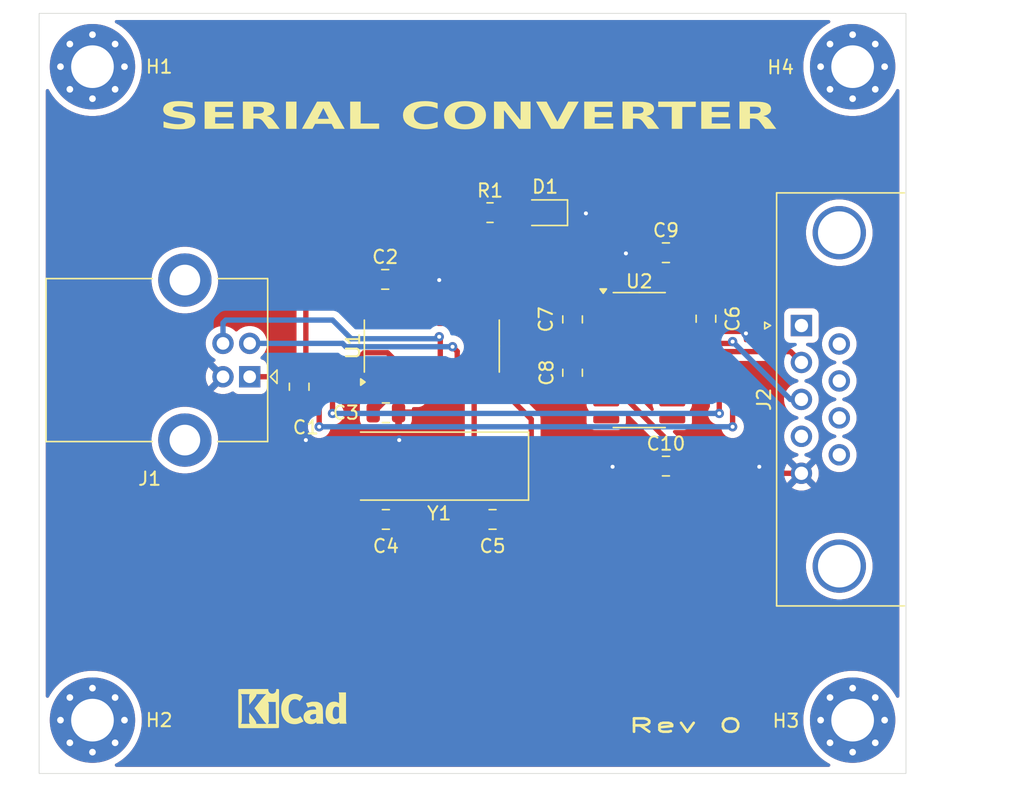
<source format=kicad_pcb>
(kicad_pcb (version 20241229) (generator "pcbnew") (generator_version "9.0")
  (title_block (title "USB to RS232 Converter") (date "2025-04-23") (rev "0") (company "By Yashomati Bawane"))
  (layers (0 "F.Cu" signal) (2 "B.Cu" signal) (13 "F.Paste" user) (15 "B.Paste" user) (5 "F.SilkS" user "F.Silkscreen") (7 "B.SilkS" user "B.Silkscreen") (1 "F.Mask" user) (3 "B.Mask" user) (25 "Edge.Cuts" user))
  (net 0 "")
  (net 1 "GND")
  (net 2 "+5V")
  (net 3 "Net-(U1-V3)")
  (net 4 "/XTAL_XI")
  (net 5 "/XTAL_XO")
  (net 6 "Net-(U2-C1-)")
  (net 7 "Net-(U2-C1+)")
  (net 8 "Net-(U2-C2+)")
  (net 9 "Net-(U2-C2-)")
  (net 10 "Net-(U2-VS+)")
  (net 11 "Net-(U2-VS-)")
  (net 12 "Net-(D1-A)")
  (net 14 "/USB_D+")
  (net 16 "/USB_D-")
  (net 17 "/RS232_TX")
  (net 26 "/RS232_RX")
  (net 33 "/UART_TX")
  (net 34 "/UART_RX")
  (footprint "Capacitor_SMD:C_0805_2012Metric" (layer "F.Cu") (at 155 94.95)
    (property "Reference" "C10" (at 0 -1.68 0) (layer "F.SilkS"))
    (property "Value" "100nF")
    (fp_line (start -0.261252 -0.735) (end 0.261252 -0.735) (stroke (width 0.12)) (layer "F.SilkS"))
    (fp_line (start -0.261252 0.735) (end 0.261252 0.735) (stroke (width 0.12)) (layer "F.SilkS"))
    (pad "1" smd roundrect (at -0.95 0) (size 1 1.45) (layers "F.Cu" "F.Mask" "F.Paste") (net 1 "GND"))
    (pad "2" smd roundrect (at 0.95 0) (size 1 1.45) (layers "F.Cu" "F.Mask" "F.Paste") (net 11 "Net-(U2-VS-)"))
  )
  (footprint "Capacitor_SMD:C_0805_2012Metric" (layer "F.Cu") (at 158 83.9 90)
    (property "Reference" "C6" (at 0 2 90) (layer "F.SilkS"))
    (property "Value" "100nF")
    (fp_line (start -0.261252 -0.735) (end 0.261252 -0.735) (stroke (width 0.12)) (layer "F.SilkS"))
    (fp_line (start -0.261252 0.735) (end 0.261252 0.735) (stroke (width 0.12)) (layer "F.SilkS"))
    (pad "1" smd roundrect (at -0.95 0 90) (size 1 1.45) (layers "F.Cu" "F.Mask" "F.Paste") (net 1 "GND"))
    (pad "2" smd roundrect (at 0.95 0 90) (size 1 1.45) (layers "F.Cu" "F.Mask" "F.Paste") (net 2 "+5V"))
  )
  (footprint "Connector_USB:USB_B_Lumberg_2411_02_Horizontal" (layer "F.Cu") (at 123.7875 88.25 180)
    (property "Reference" "J1" (at 7.5 -7.65 0) (layer "F.SilkS"))
    (property "Value" "USB_B")
    (fp_line (start 15.27 7.36) (end 15.27 -4.86) (stroke (width 0.12)) (layer "F.SilkS"))
    (fp_line (start 15.27 7.36) (end 7.3 7.36) (stroke (width 0.12)) (layer "F.SilkS"))
    (fp_line (start 15.27 -4.86) (end 7.3 -4.86) (stroke (width 0.12)) (layer "F.SilkS"))
    (fp_line (start -1.35 7.36) (end 2.4 7.36) (stroke (width 0.12)) (layer "F.SilkS"))
    (fp_line (start -1.35 7.36) (end -1.35 -4.86) (stroke (width 0.12)) (layer "F.SilkS"))
    (fp_line (start -1.35 -4.86) (end 2.4 -4.86) (stroke (width 0.12)) (layer "F.SilkS"))
    (fp_line (start -1.55 0) (end -2.05 -0.5) (stroke (width 0.12)) (layer "F.SilkS"))
    (fp_line (start -2.05 0.5) (end -1.55 0) (stroke (width 0.12)) (layer "F.SilkS"))
    (fp_line (start -2.05 -0.5) (end -2.05 0.5) (stroke (width 0.12)) (layer "F.SilkS"))
    (pad "1" thru_hole rect (at 0 0 270) (size 1.6 1.6) (drill 0.95) (layers "*.Cu" "*.Mask") (net 2 "+5V"))
    (pad "2" thru_hole circle (at 0 2.5 270) (size 1.6 1.6) (drill 0.95) (layers "*.Cu" "*.Mask") (net 16 "/USB_D-"))
    (pad "3" thru_hole circle (at 2 2.5 270) (size 1.6 1.6) (drill 0.95) (layers "*.Cu" "*.Mask") (net 14 "/USB_D+"))
    (pad "4" thru_hole circle (at 2 0 270) (size 1.6 1.6) (drill 0.95) (layers "*.Cu" "*.Mask") (net 1 "GND"))
    (pad "5" thru_hole circle (at 4.86 -4.75 270) (size 4 4) (drill 2.3) (layers "*.Cu" "*.Mask"))
    (pad "5" thru_hole circle (at 4.86 7.25 270) (size 4 4) (drill 2.3) (layers "*.Cu" "*.Mask"))
  )
  (footprint "Capacitor_SMD:C_0805_2012Metric" (layer "F.Cu") (at 148 83.95 -90)
    (property "Reference" "C7" (at 0 2 90) (layer "F.SilkS"))
    (property "Value" "100nF")
    (fp_line (start -0.261252 0.735) (end 0.261252 0.735) (stroke (width 0.12)) (layer "F.SilkS"))
    (fp_line (start -0.261252 -0.735) (end 0.261252 -0.735) (stroke (width 0.12)) (layer "F.SilkS"))
    (pad "1" smd roundrect (at -0.95 0 270) (size 1 1.45) (layers "F.Cu" "F.Mask" "F.Paste") (net 6 "Net-(U2-C1-)"))
    (pad "2" smd roundrect (at 0.95 0 270) (size 1 1.45) (layers "F.Cu" "F.Mask" "F.Paste") (net 7 "Net-(U2-C1+)"))
  )
  (footprint "Crystal:Crystal_SMD_HC49-SD" (layer "F.Cu") (at 138 94.95 180)
    (property "Reference" "Y1" (at 0 -3.55 0) (layer "F.SilkS"))
    (property "Value" "12MHz")
    (fp_line (start 5.9 -2.55) (end -6.7 -2.55) (stroke (width 0.12)) (layer "F.SilkS"))
    (fp_line (start -6.7 2.55) (end 5.9 2.55) (stroke (width 0.12)) (layer "F.SilkS"))
    (fp_line (start -6.7 -2.55) (end -6.7 2.55) (stroke (width 0.12)) (layer "F.SilkS"))
    (pad "1" smd rect (at -4.25 0 180) (size 4.5 2) (layers "F.Cu" "F.Mask" "F.Paste") (net 4 "/XTAL_XI"))
    (pad "2" smd rect (at 4.25 0 180) (size 4.5 2) (layers "F.Cu" "F.Mask" "F.Paste") (net 5 "/XTAL_XO"))
  )
  (footprint "Capacitor_SMD:C_0805_2012Metric" (layer "F.Cu") (at 142 98.95)
    (property "Reference" "C5" (at 0 2 0) (layer "F.SilkS"))
    (property "Value" "22pF")
    (fp_line (start -0.261252 -0.735) (end 0.261252 -0.735) (stroke (width 0.12)) (layer "F.SilkS"))
    (fp_line (start -0.261252 0.735) (end 0.261252 0.735) (stroke (width 0.12)) (layer "F.SilkS"))
    (pad "1" smd roundrect (at -0.95 0) (size 1 1.45) (layers "F.Cu" "F.Mask" "F.Paste") (net 1 "GND"))
    (pad "2" smd roundrect (at 0.95 0) (size 1 1.45) (layers "F.Cu" "F.Mask" "F.Paste") (net 5 "/XTAL_XO"))
  )
  (footprint "Capacitor_SMD:C_0805_2012Metric" (layer "F.Cu") (at 134 90.95)
    (property "Reference" "C3" (at -3 0 0) (layer "F.SilkS"))
    (property "Value" "10nF")
    (fp_line (start -0.261252 -0.735) (end 0.261252 -0.735) (stroke (width 0.12)) (layer "F.SilkS"))
    (fp_line (start -0.261252 0.735) (end 0.261252 0.735) (stroke (width 0.12)) (layer "F.SilkS"))
    (pad "1" smd roundrect (at -0.95 0) (size 1 1.45) (layers "F.Cu" "F.Mask" "F.Paste") (net 3 "Net-(U1-V3)"))
    (pad "2" smd roundrect (at 0.95 0) (size 1 1.45) (layers "F.Cu" "F.Mask" "F.Paste") (net 1 "GND"))
  )
  (footprint "Package_SO:SOIC-16_3.9x9.9mm_P1.27mm" (layer "F.Cu") (at 137.445 85.95 90)
    (property "Reference" "U1" (at 0 -5.9 90) (layer "F.SilkS"))
    (property "Value" "CH340G")
    (fp_line (start 0 -5.06) (end 1.95 -5.06) (stroke (width 0.12)) (layer "F.SilkS"))
    (fp_line (start 0 -5.06) (end -1.95 -5.06) (stroke (width 0.12)) (layer "F.SilkS"))
    (fp_line (start 0 5.06) (end 1.95 5.06) (stroke (width 0.12)) (layer "F.SilkS"))
    (fp_line (start 0 5.06) (end -1.95 5.06) (stroke (width 0.12)) (layer "F.SilkS"))
    (fp_poly (pts (xy -2.7 -5.005) (xy -2.94 -5.335) (xy -2.46 -5.335)) (stroke (width 0.12)) (fill yes) (layer "F.SilkS"))
    (pad "1" smd roundrect (at -2.475 -4.445 90) (size 1.95 0.6) (layers "F.Cu" "F.Mask" "F.Paste") (net 1 "GND"))
    (pad "2" smd roundrect (at -2.475 -3.175 90) (size 1.95 0.6) (layers "F.Cu" "F.Mask" "F.Paste") (net 33 "/UART_TX"))
    (pad "3" smd roundrect (at -2.475 -1.905 90) (size 1.95 0.6) (layers "F.Cu" "F.Mask" "F.Paste") (net 34 "/UART_RX"))
    (pad "4" smd roundrect (at -2.475 -0.635 90) (size 1.95 0.6) (layers "F.Cu" "F.Mask" "F.Paste") (net 3 "Net-(U1-V3)"))
    (pad "5" smd roundrect (at -2.475 0.635 90) (size 1.95 0.6) (layers "F.Cu" "F.Mask" "F.Paste") (net 14 "/USB_D+"))
    (pad "6" smd roundrect (at -2.475 1.905 90) (size 1.95 0.6) (layers "F.Cu" "F.Mask" "F.Paste") (net 16 "/USB_D-"))
    (pad "7" smd roundrect (at -2.475 3.175 90) (size 1.95 0.6) (layers "F.Cu" "F.Mask" "F.Paste") (net 4 "/XTAL_XI"))
    (pad "8" smd roundrect (at -2.475 4.445 90) (size 1.95 0.6) (layers "F.Cu" "F.Mask" "F.Paste") (net 5 "/XTAL_XO"))
    (pad "9" smd roundrect (at 2.475 4.445 90) (size 1.95 0.6) (layers "F.Cu" "F.Mask" "F.Paste"))
    (pad "10" smd roundrect (at 2.475 3.175 90) (size 1.95 0.6) (layers "F.Cu" "F.Mask" "F.Paste"))
    (pad "11" smd roundrect (at 2.475 1.905 90) (size 1.95 0.6) (layers "F.Cu" "F.Mask" "F.Paste"))
    (pad "12" smd roundrect (at 2.475 0.635 90) (size 1.95 0.6) (layers "F.Cu" "F.Mask" "F.Paste"))
    (pad "13" smd roundrect (at 2.475 -0.635 90) (size 1.95 0.6) (layers "F.Cu" "F.Mask" "F.Paste"))
    (pad "14" smd roundrect (at 2.475 -1.905 90) (size 1.95 0.6) (layers "F.Cu" "F.Mask" "F.Paste"))
    (pad "15" smd roundrect (at 2.475 -3.175 90) (size 1.95 0.6) (layers "F.Cu" "F.Mask" "F.Paste"))
    (pad "16" smd roundrect (at 2.475 -4.445 90) (size 1.95 0.6) (layers "F.Cu" "F.Mask" "F.Paste") (net 2 "+5V"))
  )
  (footprint "Resistor_SMD:R_0805_2012Metric" (layer "F.Cu") (at 141.81 75.945)
    (property "Reference" "R1" (at 0 -1.65 0) (layer "F.SilkS"))
    (property "Value" "1k")
    (fp_line (start -0.227064 -0.735) (end 0.227064 -0.735) (stroke (width 0.12)) (layer "F.SilkS"))
    (fp_line (start -0.227064 0.735) (end 0.227064 0.735) (stroke (width 0.12)) (layer "F.SilkS"))
    (pad "1" smd roundrect (at -0.9125 0) (size 1.025 1.4) (layers "F.Cu" "F.Mask" "F.Paste") (roundrect_rratio 0.243902) (net 2 "+5V"))
    (pad "2" smd roundrect (at 0.9125 0) (size 1.025 1.4) (layers "F.Cu" "F.Mask" "F.Paste") (roundrect_rratio 0.243902) (net 12 "Net-(D1-A)"))
  )
  (footprint "Capacitor_SMD:C_0805_2012Metric" (layer "F.Cu") (at 127.5 89 -90)
    (property "Reference" "C1" (at 3.05 -0.5 180) (layer "F.SilkS"))
    (property "Value" "100nF")
    (fp_line (start -0.261252 0.735) (end 0.261252 0.735) (stroke (width 0.12)) (layer "F.SilkS"))
    (fp_line (start -0.261252 -0.735) (end 0.261252 -0.735) (stroke (width 0.12)) (layer "F.SilkS"))
    (pad "1" smd roundrect (at -0.95 0 270) (size 1 1.45) (layers "F.Cu" "F.Mask" "F.Paste") (net 2 "+5V"))
    (pad "2" smd roundrect (at 0.95 0 270) (size 1 1.45) (layers "F.Cu" "F.Mask" "F.Paste") (net 1 "GND"))
  )
  (footprint "Capacitor_SMD:C_0805_2012Metric" (layer "F.Cu") (at 133.95 80.95)
    (property "Reference" "C2" (at 0 -1.68 0) (layer "F.SilkS"))
    (property "Value" "100nF")
    (fp_line (start -0.261252 -0.735) (end 0.261252 -0.735) (stroke (width 0.12)) (layer "F.SilkS"))
    (fp_line (start -0.261252 0.735) (end 0.261252 0.735) (stroke (width 0.12)) (layer "F.SilkS"))
    (pad "1" smd roundrect (at -0.95 0) (size 1 1.45) (layers "F.Cu" "F.Mask" "F.Paste") (net 2 "+5V"))
    (pad "2" smd roundrect (at 0.95 0) (size 1 1.45) (layers "F.Cu" "F.Mask" "F.Paste") (net 1 "GND"))
  )
  (footprint "Capacitor_SMD:C_0805_2012Metric" (layer "F.Cu") (at 148 87.95 -90)
    (property "Reference" "C8" (at 0 1.95 90) (layer "F.SilkS"))
    (property "Value" "100nF")
    (fp_line (start -0.261252 0.735) (end 0.261252 0.735) (stroke (width 0.12)) (layer "F.SilkS"))
    (fp_line (start -0.261252 -0.735) (end 0.261252 -0.735) (stroke (width 0.12)) (layer "F.SilkS"))
    (pad "1" smd roundrect (at -0.95 0 270) (size 1 1.45) (layers "F.Cu" "F.Mask" "F.Paste") (net 9 "Net-(U2-C2-)"))
    (pad "2" smd roundrect (at 0.95 0 270) (size 1 1.45) (layers "F.Cu" "F.Mask" "F.Paste") (net 8 "Net-(U2-C2+)"))
  )
  (footprint "Package_SO:SOIC-16_3.9x9.9mm_P1.27mm" (layer "F.Cu") (at 153 87)
    (property "Reference" "U2" (at 0 -5.9 0) (layer "F.SilkS"))
    (property "Value" "MAX3232")
    (fp_line (start 0 -5.06) (end -1.95 -5.06) (stroke (width 0.12)) (layer "F.SilkS"))
    (fp_line (start 0 -5.06) (end 1.95 -5.06) (stroke (width 0.12)) (layer "F.SilkS"))
    (fp_line (start 0 5.06) (end -1.95 5.06) (stroke (width 0.12)) (layer "F.SilkS"))
    (fp_line (start 0 5.06) (end 1.95 5.06) (stroke (width 0.12)) (layer "F.SilkS"))
    (fp_poly (pts (xy -2.7 -5.005) (xy -2.94 -5.335) (xy -2.46 -5.335)) (stroke (width 0.12)) (fill yes) (layer "F.SilkS"))
    (pad "1" smd roundrect (at -2.475 -4.445) (size 1.95 0.6) (layers "F.Cu" "F.Mask" "F.Paste") (net 7 "Net-(U2-C1+)"))
    (pad "2" smd roundrect (at -2.475 -3.175) (size 1.95 0.6) (layers "F.Cu" "F.Mask" "F.Paste") (net 10 "Net-(U2-VS+)"))
    (pad "3" smd roundrect (at -2.475 -1.905) (size 1.95 0.6) (layers "F.Cu" "F.Mask" "F.Paste") (net 6 "Net-(U2-C1-)"))
    (pad "4" smd roundrect (at -2.475 -0.635) (size 1.95 0.6) (layers "F.Cu" "F.Mask" "F.Paste") (net 8 "Net-(U2-C2+)"))
    (pad "5" smd roundrect (at -2.475 0.635) (size 1.95 0.6) (layers "F.Cu" "F.Mask" "F.Paste") (net 9 "Net-(U2-C2-)"))
    (pad "6" smd roundrect (at -2.475 1.905) (size 1.95 0.6) (layers "F.Cu" "F.Mask" "F.Paste") (net 11 "Net-(U2-VS-)"))
    (pad "7" smd roundrect (at -2.475 3.175) (size 1.95 0.6) (layers "F.Cu" "F.Mask" "F.Paste"))
    (pad "8" smd roundrect (at -2.475 4.445) (size 1.95 0.6) (layers "F.Cu" "F.Mask" "F.Paste"))
    (pad "9" smd roundrect (at 2.475 4.445) (size 1.95 0.6) (layers "F.Cu" "F.Mask" "F.Paste"))
    (pad "10" smd roundrect (at 2.475 3.175) (size 1.95 0.6) (layers "F.Cu" "F.Mask" "F.Paste"))
    (pad "11" smd roundrect (at 2.475 1.905) (size 1.95 0.6) (layers "F.Cu" "F.Mask" "F.Paste") (net 33 "/UART_TX"))
    (pad "12" smd roundrect (at 2.475 0.635) (size 1.95 0.6) (layers "F.Cu" "F.Mask" "F.Paste") (net 34 "/UART_RX"))
    (pad "13" smd roundrect (at 2.475 -0.635) (size 1.95 0.6) (layers "F.Cu" "F.Mask" "F.Paste") (net 26 "/RS232_RX"))
    (pad "14" smd roundrect (at 2.475 -1.905) (size 1.95 0.6) (layers "F.Cu" "F.Mask" "F.Paste") (net 17 "/RS232_TX"))
    (pad "15" smd roundrect (at 2.475 -3.175) (size 1.95 0.6) (layers "F.Cu" "F.Mask" "F.Paste") (net 1 "GND"))
    (pad "16" smd roundrect (at 2.475 -4.445) (size 1.95 0.6) (layers "F.Cu" "F.Mask" "F.Paste") (net 2 "+5V"))
  )
  (footprint "Capacitor_SMD:C_0805_2012Metric" (layer "F.Cu") (at 155 78.95)
    (property "Reference" "C9" (at 0 -1.68 0) (layer "F.SilkS"))
    (property "Value" "100nF")
    (fp_line (start -0.261252 -0.735) (end 0.261252 -0.735) (stroke (width 0.12)) (layer "F.SilkS"))
    (fp_line (start -0.261252 0.735) (end 0.261252 0.735) (stroke (width 0.12)) (layer "F.SilkS"))
    (pad "1" smd roundrect (at -0.95 0) (size 1 1.45) (layers "F.Cu" "F.Mask" "F.Paste") (net 1 "GND"))
    (pad "2" smd roundrect (at 0.95 0) (size 1 1.45) (layers "F.Cu" "F.Mask" "F.Paste") (net 10 "Net-(U2-VS+)"))
  )
  (footprint "Connector_Dsub:DSUB-9_Socket_Horizontal_P2.77x2.84mm_EdgePinOffset4.94mm_Housed_MountingHolesOffset4.94mm" (layer "F.Cu") (at 165.16 84.41 90)
    (property "Reference" "J2" (at -5.54 -2.8 90) (layer "F.SilkS"))
    (property "Value" "DE9_Pins_MountingHoles")
    (fp_line (start 0.25 -2.754338) (end 0 -2.321325) (stroke (width 0.12)) (layer "F.SilkS"))
    (fp_line (start -0.25 -2.754338) (end 0.25 -2.754338) (stroke (width 0.12)) (layer "F.SilkS"))
    (fp_line (start 0 -2.321325) (end -0.25 -2.754338) (stroke (width 0.12)) (layer "F.SilkS"))
    (fp_line (start 9.945 -1.86) (end 9.945 7.72) (stroke (width 0.12)) (layer "F.SilkS"))
    (fp_line (start -21.025 -1.86) (end 9.945 -1.86) (stroke (width 0.12)) (layer "F.SilkS"))
    (fp_line (start -21.025 7.72) (end -21.025 -1.86) (stroke (width 0.12)) (layer "F.SilkS"))
    (pad "0" thru_hole circle (at -18.04 2.84 90) (size 4 4) (drill 3.2) (layers "*.Cu" "*.Mask"))
    (pad "0" thru_hole circle (at 6.96 2.84 90) (size 4 4) (drill 3.2) (layers "*.Cu" "*.Mask"))
    (pad "1" thru_hole rect (at 0 0 90) (size 1.6 1.6) (drill 1) (layers "*.Cu" "*.Mask"))
    (pad "2" thru_hole circle (at -2.77 0 90) (size 1.6 1.6) (drill 1) (layers "*.Cu" "*.Mask") (net 26 "/RS232_RX"))
    (pad "3" thru_hole circle (at -5.54 0 90) (size 1.6 1.6) (drill 1) (layers "*.Cu" "*.Mask") (net 17 "/RS232_TX"))
    (pad "4" thru_hole circle (at -8.31 0 90) (size 1.6 1.6) (drill 1) (layers "*.Cu" "*.Mask"))
    (pad "5" thru_hole circle (at -11.08 0 90) (size 1.6 1.6) (drill 1) (layers "*.Cu" "*.Mask") (net 1 "GND"))
    (pad "6" thru_hole circle (at -1.385 2.84 90) (size 1.6 1.6) (drill 1) (layers "*.Cu" "*.Mask"))
    (pad "7" thru_hole circle (at -4.155 2.84 90) (size 1.6 1.6) (drill 1) (layers "*.Cu" "*.Mask"))
    (pad "8" thru_hole circle (at -6.925 2.84 90) (size 1.6 1.6) (drill 1) (layers "*.Cu" "*.Mask"))
    (pad "9" thru_hole circle (at -9.695 2.84 90) (size 1.6 1.6) (drill 1) (layers "*.Cu" "*.Mask"))
  )
  (footprint "MountingHole:MountingHole_3.2mm_M3_Pad_Via" (layer "F.Cu") (at 112 114)
    (property "Reference" "H2" (at 5 0 0) (layer "F.SilkS"))
    (property "Value" "MountingHole_Pad")
    (pad "1" thru_hole circle (at -2.4 0) (size 0.8 0.8) (drill 0.5) (layers "*.Cu" "*.Mask"))
    (pad "1" thru_hole circle (at -1.697056 -1.697056) (size 0.8 0.8) (drill 0.5) (layers "*.Cu" "*.Mask"))
    (pad "1" thru_hole circle (at -1.697056 1.697056) (size 0.8 0.8) (drill 0.5) (layers "*.Cu" "*.Mask"))
    (pad "1" thru_hole circle (at 0 -2.4) (size 0.8 0.8) (drill 0.5) (layers "*.Cu" "*.Mask"))
    (pad "1" thru_hole circle (at 0 0) (size 6.4 6.4) (drill 3.2) (layers "*.Cu" "*.Mask"))
    (pad "1" thru_hole circle (at 0 2.4) (size 0.8 0.8) (drill 0.5) (layers "*.Cu" "*.Mask"))
    (pad "1" thru_hole circle (at 1.697056 -1.697056) (size 0.8 0.8) (drill 0.5) (layers "*.Cu" "*.Mask"))
    (pad "1" thru_hole circle (at 1.697056 1.697056) (size 0.8 0.8) (drill 0.5) (layers "*.Cu" "*.Mask"))
    (pad "1" thru_hole circle (at 2.4 0) (size 0.8 0.8) (drill 0.5) (layers "*.Cu" "*.Mask"))
  )
  (footprint "MountingHole:MountingHole_3.2mm_M3_Pad_Via" (layer "F.Cu") (at 112 65)
    (property "Reference" "H1" (at 5 0 0) (layer "F.SilkS"))
    (property "Value" "MountingHole_Pad")
    (pad "1" thru_hole circle (at -2.4 0) (size 0.8 0.8) (drill 0.5) (layers "*.Cu" "*.Mask"))
    (pad "1" thru_hole circle (at -1.697056 -1.697056) (size 0.8 0.8) (drill 0.5) (layers "*.Cu" "*.Mask"))
    (pad "1" thru_hole circle (at -1.697056 1.697056) (size 0.8 0.8) (drill 0.5) (layers "*.Cu" "*.Mask"))
    (pad "1" thru_hole circle (at 0 -2.4) (size 0.8 0.8) (drill 0.5) (layers "*.Cu" "*.Mask"))
    (pad "1" thru_hole circle (at 0 0) (size 6.4 6.4) (drill 3.2) (layers "*.Cu" "*.Mask"))
    (pad "1" thru_hole circle (at 0 2.4) (size 0.8 0.8) (drill 0.5) (layers "*.Cu" "*.Mask"))
    (pad "1" thru_hole circle (at 1.697056 -1.697056) (size 0.8 0.8) (drill 0.5) (layers "*.Cu" "*.Mask"))
    (pad "1" thru_hole circle (at 1.697056 1.697056) (size 0.8 0.8) (drill 0.5) (layers "*.Cu" "*.Mask"))
    (pad "1" thru_hole circle (at 2.4 0) (size 0.8 0.8) (drill 0.5) (layers "*.Cu" "*.Mask"))
  )
  (footprint "MountingHole:MountingHole_3.2mm_M3_Pad_Via" (layer "F.Cu") (at 169 65)
    (property "Reference" "H4" (at -5.4 0.05 0) (layer "F.SilkS"))
    (property "Value" "MountingHole_Pad")
    (pad "1" thru_hole circle (at -2.4 0) (size 0.8 0.8) (drill 0.5) (layers "*.Cu" "*.Mask"))
    (pad "1" thru_hole circle (at -1.697056 -1.697056) (size 0.8 0.8) (drill 0.5) (layers "*.Cu" "*.Mask"))
    (pad "1" thru_hole circle (at -1.697056 1.697056) (size 0.8 0.8) (drill 0.5) (layers "*.Cu" "*.Mask"))
    (pad "1" thru_hole circle (at 0 -2.4) (size 0.8 0.8) (drill 0.5) (layers "*.Cu" "*.Mask"))
    (pad "1" thru_hole circle (at 0 0) (size 6.4 6.4) (drill 3.2) (layers "*.Cu" "*.Mask"))
    (pad "1" thru_hole circle (at 0 2.4) (size 0.8 0.8) (drill 0.5) (layers "*.Cu" "*.Mask"))
    (pad "1" thru_hole circle (at 1.697056 -1.697056) (size 0.8 0.8) (drill 0.5) (layers "*.Cu" "*.Mask"))
    (pad "1" thru_hole circle (at 1.697056 1.697056) (size 0.8 0.8) (drill 0.5) (layers "*.Cu" "*.Mask"))
    (pad "1" thru_hole circle (at 2.4 0) (size 0.8 0.8) (drill 0.5) (layers "*.Cu" "*.Mask"))
  )
  (footprint "Capacitor_SMD:C_0805_2012Metric" (layer "F.Cu") (at 134 98.95)
    (property "Reference" "C4" (at 0 2 0) (layer "F.SilkS"))
    (property "Value" "22pF")
    (fp_line (start -0.261252 -0.735) (end 0.261252 -0.735) (stroke (width 0.12)) (layer "F.SilkS"))
    (fp_line (start -0.261252 0.735) (end 0.261252 0.735) (stroke (width 0.12)) (layer "F.SilkS"))
    (pad "1" smd roundrect (at -0.95 0) (size 1 1.45) (layers "F.Cu" "F.Mask" "F.Paste") (net 1 "GND"))
    (pad "2" smd roundrect (at 0.95 0) (size 1 1.45) (layers "F.Cu" "F.Mask" "F.Paste") (net 4 "/XTAL_XI"))
  )
  (footprint "MountingHole:MountingHole_3.2mm_M3_Pad_Via" (layer "F.Cu") (at 169 114)
    (property "Reference" "H3" (at -5 0.05 0) (layer "F.SilkS"))
    (property "Value" "MountingHole_Pad")
    (pad "1" thru_hole circle (at -2.4 0) (size 0.8 0.8) (drill 0.5) (layers "*.Cu" "*.Mask"))
    (pad "1" thru_hole circle (at -1.697056 -1.697056) (size 0.8 0.8) (drill 0.5) (layers "*.Cu" "*.Mask"))
    (pad "1" thru_hole circle (at -1.697056 1.697056) (size 0.8 0.8) (drill 0.5) (layers "*.Cu" "*.Mask"))
    (pad "1" thru_hole circle (at 0 -2.4) (size 0.8 0.8) (drill 0.5) (layers "*.Cu" "*.Mask"))
    (pad "1" thru_hole circle (at 0 0) (size 6.4 6.4) (drill 3.2) (layers "*.Cu" "*.Mask"))
    (pad "1" thru_hole circle (at 0 2.4) (size 0.8 0.8) (drill 0.5) (layers "*.Cu" "*.Mask"))
    (pad "1" thru_hole circle (at 1.697056 -1.697056) (size 0.8 0.8) (drill 0.5) (layers "*.Cu" "*.Mask"))
    (pad "1" thru_hole circle (at 1.697056 1.697056) (size 0.8 0.8) (drill 0.5) (layers "*.Cu" "*.Mask"))
    (pad "1" thru_hole circle (at 2.4 0) (size 0.8 0.8) (drill 0.5) (layers "*.Cu" "*.Mask"))
  )
  (footprint "Logo:Logo" (layer "F.Cu") (at 127 113)
    (property "Reference" "G***" (hide yes))
    (property "Value" "LOGO" (hide yes))
    (fp_poly (pts (xy 0.233778 -0.976072) (xy 0.320025 -0.96486) (xy 0.406924 -0.944584) (xy 0.498573 -0.914149) (xy 0.599069 -0.872459) (xy 0.672737 -0.838003) (xy 0.79521 -0.778634) (xy 0.667529 -0.593416) (xy 0.630317 -0.539619) (xy 0.59711 -0.491965) (xy 0.569603 -0.452854) (xy 0.549488 -0.424689) (xy 0.53846 -0.409871) (xy 0.536912 -0.408197) (xy 0.528589 -0.414637) (xy 0.509937 -0.431368) (xy 0.48954 -0.450467) (xy 0.422651 -0.500838) (xy 0.343986 -0.538054) (xy 0.258504 -0.560646) (xy 0.171165 -0.567144) (xy 0.114048 -0.561758) (xy 0.028565 -0.53889) (xy -0.04647 -0.500665) (xy -0.111625 -0.446416) (xy -0.167471 -0.375479) (xy -0.214576 -0.287191) (xy -0.253509 -0.180885) (xy -0.272759 -0.109934) (xy -0.281226 -0.060678) (xy -0.287274 0.003927) (xy -0.290911 0.078966) (xy -0.292142 0.159522) (xy -0.290975 0.240679) (xy -0.287416 0.317522) (xy -0.281473 0.385134) (xy -0.273153 0.438599) (xy -0.271977 0.443912) (xy -0.237843 0.556679) (xy -0.191226 0.654139) (xy -0.132434 0.735853) (xy -0.061771 0.801387) (xy 0.008888 0.844782) (xy 0.046547 0.862721) (xy 0.075987 0.873892) (xy 0.104525 0.879887) (xy 0.139479 0.882299) (xy 0.183133 0.882723) (xy 0.284466 0.874102) (xy 0.376688 0.847713) (xy 0.461747 0.802767) (xy 0.541589 0.738475) (xy 0.543395 0.736748) (xy 0.568583 0.715813) (xy 0.585869 0.708126) (xy 0.590463 0.709735) (xy 0.59901 0.721892) (xy 0.615608 0.747726) (xy 0.63842 0.784208) (xy 0.665614 0.828307) (xy 0.695354 0.876995) (xy 0.725806 0.92724) (xy 0.755135 0.976015) (xy 0.781507 1.020288) (xy 0.803088 1.05703) (xy 0.818042 1.083212) (xy 0.824536 1.095803) (xy 0.824629 1.096468) (xy 0.814883 1.101528) (xy 0.789958 1.114029) (xy 0.75299 1.132411) (xy 0.707118 1.155112) (xy 0.673523 1.171684) (xy 0.544047 1.22924) (xy 0.421432 1.270148) (xy 0.301809 1.295121) (xy 0.181307 1.304871) (xy 0.056056 1.300111) (xy 0.006091 1.294605) (xy -0.1299 1.267522) (xy -0.256247 1.222469) (xy -0.372778 1.159553) (xy -0.479317 1.078885) (xy -0.575694 0.980571) (xy -0.649825 0.882723) (xy -0.721078 0.762079) (xy -0.776101 0.634634) (xy -0.815428 0.498457) (xy -0.839596 0.35162) (xy -0.849138 0.192191) (xy -0.849344 0.163278) (xy -0.846343 0.045734) (xy -0.83679 -0.05843) (xy -0.819823 -0.155434) (xy -0.794582 -0.251498) (xy -0.789871 -0.266713) (xy -0.738262 -0.398916) (xy -0.670948 -0.520568) (xy -0.589459 -0.630503) (xy -0.495326 -0.727551) (xy -0.390081 -0.810544) (xy -0.275253 -0.878315) (xy -0.152375 -0.929695) (xy -0.022977 -0.963516) (xy 0.11141 -0.97861) (xy 0.144082 -0.979315)) (fill yes) (layer "F.SilkS"))
    (fp_poly (pts (xy 4.010526 -0.006977) (xy 4.010547 0.171163) (xy 4.010637 0.330085) (xy 4.010836 0.470978) (xy 4.011186 0.595035) (xy 4.011726 0.703445) (xy 4.012498 0.797399) (xy 4.01354 0.878088) (xy 4.014895 0.946704) (xy 4.016603 1.004436) (xy 4.018703 1.052476) (xy 4.021237 1.092014) (xy 4.024245 1.124242) (xy 4.027768 1.15035) (xy 4.031845 1.171529) (xy 4.036518 1.18897) (xy 4.041827 1.203864) (xy 4.047813 1.217401) (xy 4.052482 1.226815) (xy 4.07217 1.265407) (xy 3.79643 1.265407) (xy 3.52069 1.265407) (xy 3.52069 1.20928) (xy 3.519865 1.178535) (xy 3.517738 1.158148) (xy 3.515676 1.153153) (xy 3.505554 1.158878) (xy 3.484371 1.17374) (xy 3.4621 1.190421) (xy 3.382041 1.239604) (xy 3.289965 1.274734) (xy 3.189448 1.294925) (xy 3.084067 1.299293) (xy 3.035957 1.295855) (xy 2.931152 1.274828) (xy 2.834731 1.235444) (xy 2.74742 1.178262) (xy 2.669944 1.103842) (xy 2.603029 1.012745) (xy 2.556239 0.925325) (xy 2.53669 0.879578) (xy 2.518271 0.830845) (xy 2.505332 0.790879) (xy 2.497184 0.749836) (xy 2.490542 0.693047) (xy 2.485545 0.625133) (xy 2.482333 0.550712) (xy 2.481319 0.490561) (xy 3.01196 0.490561) (xy 3.013445 0.540859) (xy 3.021217 0.637121) (xy 3.035692 0.715758) (xy 3.057678 0.778684) (xy 3.087984 0.827817) (xy 3.12742 0.86507) (xy 3.158359 0.883835) (xy 3.219478 0.903565) (xy 3.287531 0.904437) (xy 3.361738 0.886488) (xy 3.396056 0.872673) (xy 3.419913 0.862354) (xy 3.439391 0.853534) (xy 3.454918 0.844162) (xy 3.466922 0.832185) (xy 3.475829 0.815551) (xy 3.482068 0.792209) (xy 3.486067 0.760106) (xy 3.488252 0.71719) (xy 3.489051 0.66141) (xy 3.488892 0.590713) (xy 3.488203 0.503048) (xy 3.487652 0.433073) (xy 3.484973 0.056746) (xy 3.420301 0.02327) (xy 3.380538 0.004406) (xy 3.347319 -0.005727) (xy 3.310278 -0.009636) (xy 3.282535 -0.010038) (xy 3.235528 -0.008018) (xy 3.200755 -0.00114) (xy 3.1703 0.012208) (xy 3.168621 0.013146) (xy 3.120535 0.051769) (xy 3.080843 0.108116) (xy 3.049843 0.181179) (xy 3.027831 0.269948) (xy 3.015105 0.373411) (xy 3.01196 0.490561) (xy 2.481319 0.490561) (xy 2.481047 0.474402) (xy 2.481828 0.400824) (xy 2.484815 0.334596) (xy 2.489894 0.28217) (xy 2.516172 0.141122) (xy 2.554345 0.016599) (xy 2.604477 -0.091505) (xy 2.666631 -0.183295) (xy 2.740871 -0.258878) (xy 2.827261 -0.318359) (xy 2.861616 -0.335977) (xy 2.950245 -0.367991) (xy 3.045994 -0.385386) (xy 3.144716 -0.388488) (xy 3.242261 -0.377624) (xy 3.33448 -0.35312) (xy 3.417223 -0.315302) (xy 3.45691 -0.289156) (xy 3.490076 -0.26429) (xy 3.490076 -0.617206) (xy 3.489954 -0.717803) (xy 3.489434 -0.80016) (xy 3.488283 -0.866445) (xy 3.486268 -0.918827) (xy 3.483156 -0.959473) (xy 3.478715 -0.990553) (xy 3.472712 -1.014234) (xy 3.464915 -1.032687) (xy 3.45509 -1.048078) (xy 3.443005 -1.062577) (xy 3.442183 -1.063488) (xy 3.438231 -1.068774) (xy 3.438424 -1.072926) (xy 3.444826 -1.076082) (xy 3.459498 -1.078377) (xy 3.484504 -1.079949) (xy 3.521906 -1.080933) (xy 3.573766 -1.081465) (xy 3.642148 -1.081682) (xy 3.718104 -1.08172) (xy 4.010526 -1.08172)) (fill yes) (layer "F.SilkS"))
    (fp_poly (pts (xy 1.697434 -0.381838) (xy 1.755695 -0.380417) (xy 1.801155 -0.37762) (xy 1.837613 -0.373186) (xy 1.868863 -0.366853) (xy 1.877701 -0.364567) (xy 1.975874 -0.32998) (xy 2.060768 -0.283414) (xy 2.130754 -0.226045) (xy 2.184202 -0.159052) (xy 2.199584 -0.131819) (xy 2.216894 -0.095327) (xy 2.231764 -0.058017) (xy 2.244373 -0.018086) (xy 2.2549 0.026268) (xy 2.263523 0.07685) (xy 2.270422 0.135461) (xy 2.275775 0.203906) (xy 2.279761 0.283988) (xy 2.282558 0.377509) (xy 2.284346 0.486274) (xy 2.285304 0.612085) (xy 2.285599 0.735574) (xy 2.285897 1.159899) (xy 2.311367 1.210102) (xy 2.325364 1.238099) (xy 2.334633 1.257422) (xy 2.336879 1.262856) (xy 2.327128 1.263534) (xy 2.299621 1.264144) (xy 2.257011 1.264662) (xy 2.201952 1.265062) (xy 2.137096 1.265318) (xy 2.066492 1.265407) (xy 1.796062 1.265407) (xy 1.796062 1.20928) (xy 1.795237 1.178535) (xy 1.79311 1.158148) (xy 1.791048 1.153153) (xy 1.78089 1.158854) (xy 1.759721 1.173623) (xy 1.738486 1.189447) (xy 1.656628 1.241407) (xy 1.568409 1.276435) (xy 1.47167 1.295066) (xy 1.364253 1.297839) (xy 1.316072 1.294464) (xy 1.210233 1.27504) (xy 1.114605 1.238675) (xy 1.030467 1.186781) (xy 0.9591 1.12077) (xy 0.901786 1.042054) (xy 0.859804 0.952045) (xy 0.834436 0.852154) (xy 0.827719 0.766072) (xy 1.316829 0.766072) (xy 1.327558 0.819503) (xy 1.354829 0.867282) (xy 1.397599 0.905708) (xy 1.423161 0.919668) (xy 1.470391 0.933274) (xy 1.527651 0.938225) (xy 1.58642 0.934383) (xy 1.634052 0.92312) (xy 1.667211 0.906568) (xy 1.703225 0.881419) (xy 1.722076 0.864869) (xy 1.765447 0.822347) (xy 1.765447 0.687518) (xy 1.765447 0.552688) (xy 1.700652 0.545749) (xy 1.626927 0.543749) (xy 1.553307 0.552372) (xy 1.483962 0.570298) (xy 1.423062 0.596206) (xy 1.374778 0.628775) (xy 1.349165 0.657055) (xy 1.323683 0.710689) (xy 1.316829 0.766072) (xy 0.827719 0.766072) (xy 0.826868 0.755162) (xy 0.834914 0.654779) (xy 0.859522 0.564975) (xy 0.901274 0.484869) (xy 0.960754 0.413576) (xy 1.038542 0.350214) (xy 1.129021 0.297023) (xy 1.181334 0.273083) (xy 1.235408 0.254301) (xy 1.29476 0.24004) (xy 1.362907 0.229662) (xy 1.443366 0.222531) (xy 1.539653 0.218009) (xy 1.569966 0.217123) (xy 1.777578 0.211691) (xy 1.770562 0.164906) (xy 1.752985 0.093482) (xy 1.723666 0.037645) (xy 1.682045 -0.0029) (xy 1.627559 -0.028451) (xy 1.559645 -0.039304) (xy 1.477742 -0.035754) (xy 1.411039 -0.024706) (xy 1.367218 -0.014111) (xy 1.319145 -0.000036) (xy 1.27196 0.015726) (xy 1.230801 0.031386) (xy 1.200807 0.045152) (xy 1.18938 0.052544) (xy 1.177195 0.060663) (xy 1.165576 0.060587) (xy 1.153178 0.05039) (xy 1.138654 0.028142) (xy 1.120656 -0.008086) (xy 1.097839 -0.060221) (xy 1.078958 -0.105559) (xy 1.056765 -0.159757) (xy 1.037559 -0.207232) (xy 1.022588 -0.244848) (xy 1.013103 -0.269471) (xy 1.010284 -0.277883) (xy 1.019372 -0.282484) (xy 1.042473 -0.287942) (xy 1.058099 -0.290591) (xy 1.084421 -0.295596) (xy 1.12585 -0.304729) (xy 1.177756 -0.316914) (xy 1.23551 -0.331077) (xy 1.26985 -0.33977) (xy 1.32813 -0.354565) (xy 1.373903 -0.365408) (xy 1.412343 -0.37292) (xy 1.448624 -0.377722) (xy 1.48792 -0.380436) (xy 1.535404 -0.381683) (xy 1.596251 -0.382086) (xy 1.622579 -0.382145)) (fill yes) (layer "F.SilkS"))
    (fp_poly (pts (xy -1.814326 -1.262857) (xy -1.800089 -1.183987) (xy -1.768616 -1.115957) (xy -1.720285 -1.05933) (xy -1.655477 -1.014672) (xy -1.643416 -1.008585) (xy -1.58214 -0.989147) (xy -1.513299 -0.98401) (xy -1.44375 -0.993036) (xy -1.384736 -1.013872) (xy -1.320455 -1.056024) (xy -1.271511 -1.111045) (xy -1.238898 -1.177282) (xy -1.223612 -1.253083) (xy -1.222547 -1.283267) (xy -1.222913 -1.336843) (xy -1.13775 -1.336843) (xy -1.09546 -1.33639) (xy -1.068384 -1.334157) (xy -1.051333 -1.328831) (xy -1.039115 -1.3191) (xy -1.031437 -1.309954) (xy -1.010286 -1.283066) (xy -1.010611 0.131488) (xy -1.010696 0.339431) (xy -1.010859 0.527776) (xy -1.011105 0.697334) (xy -1.011441 0.848917) (xy -1.011876 0.983335) (xy -1.012417 1.101401) (xy -1.013069 1.203926) (xy -1.013842 1.291721) (xy -1.014742 1.365597) (xy -1.015776 1.426367) (xy -1.016952 1.47484) (xy -1.018276 1.51183) (xy -1.019757 1.538147) (xy -1.0214 1.554602) (xy -1.023214 1.562008) (xy -1.023367 1.562233) (xy -1.042423 1.580075) (xy -1.058088 1.590297) (xy -1.066759 1.592046) (xy -1.08636 1.593634) (xy -1.117593 1.595066) (xy -1.161159 1.596349) (xy -1.217758 1.597487) (xy -1.288091 1.598486) (xy -1.37286 1.599352) (xy -1.472765 1.600091) (xy -1.588507 1.600708) (xy -1.720786 1.601208) (xy -1.870305 1.601597) (xy -2.037763 1.601882) (xy -2.223862 1.602066) (xy -2.429303 1.602157) (xy -2.544884 1.602169) (xy -4.009389 1.602169) (xy -4.038022 1.577541) (xy -4.066654 1.552913) (xy -4.067226 1.269829) (xy -3.877863 1.269829) (xy -3.868049 1.271191) (xy -3.840164 1.272439) (xy -3.796551 1.273534) (xy -3.739548 1.274437) (xy -3.671497 1.275109) (xy -3.594736 1.275511) (xy -3.530046 1.275612) (xy -3.448307 1.275396) (xy -3.373625 1.274784) (xy -3.308305 1.273827) (xy -3.254654 1.272575) (xy -3.214976 1.271081) (xy -3.191578 1.269395) (xy -3.18612 1.267958) (xy -3.192331 1.255464) (xy -3.204797 1.230219) (xy -3.220137 1.199075) (xy -3.250262 1.137846) (xy -3.253384 0.770469) (xy -3.253968 0.672168) (xy -3.25395 0.587887) (xy -3.253351 0.518792) (xy -3.252191 0.466047) (xy -3.250491 0.430813) (xy -3.248273 0.414257) (xy -3.247018 0.413298) (xy -3.238216 0.424389) (xy -3.219365 0.449191) (xy -3.19251 0.484973) (xy -3.1597 0.529007) (xy -3.122982 0.578565) (xy -3.120682 0.581679) (xy -3.041437 0.689063) (xy -2.973517 0.781484) (xy -2.916051 0.860344) (xy -2.868169 0.927045) (xy -2.829 0.982987) (xy -2.797671 1.029573) (xy -2.773312 1.068205) (xy -2.755052 1.100284) (xy -2.74202 1.127212) (xy -2.733345 1.15039) (xy -2.728156 1.171221) (xy -2.725581 1.191106) (xy -2.72475 1.211446) (xy -2.72471 1.218853) (xy -2.72471 1.275612) (xy -2.340619 1.275612) (xy -1.956529 1.275612) (xy -1.845609 1.275612) (xy -1.519792 1.275612) (xy -1.440577 1.275497) (xy -1.368315 1.275171) (xy -1.305425 1.274663) (xy -1.254324 1.274001) (xy -1.217431 1.273213) (xy -1.197162 1.272328) (xy -1.193974 1.271795) (xy -1.198571 1.261558) (xy -1.210432 1.23914) (xy -1.222038 1.218219) (xy -1.250101 1.16846) (xy -1.255204 0.403093) (xy -1.260306 -0.362275) (xy -1.548595 -0.364985) (xy -1.62292 -0.365453) (xy -1.690141 -0.365434) (xy -1.747686 -0.364964) (xy -1.792986 -0.36408) (xy -1.823471 -0.362818) (xy -1.83657 -0.361214) (xy -1.836883 -0.3609) (xy -1.832702 -0.348829) (xy -1.821819 -0.324208) (xy -1.80882 -0.29696) (xy -1.780756 -0.239816) (xy -1.780756 0.455026) (xy -1.780756 1.149868) (xy -1.813183 1.21274) (xy -1.845609 1.275612) (xy -1.956529 1.275612) (xy -2.037156 1.191421) (xy -2.054047 1.173603) (xy -2.07043 1.155777) (xy -2.087249 1.1367) (xy -2.105445 1.115127) (xy -2.12596 1.089816) (xy -2.149735 1.059521) (xy -2.177712 1.022999) (xy -2.210833 0.979006) (xy -2.25004 0.926299) (xy -2.296274 0.863633) (xy -2.350478 0.789765) (xy -2.413592 0.703451) (xy -2.486559 0.603446) (xy -2.570321 0.488508) (xy -2.595039 0.454575) (xy -2.854867 0.097862) (xy -2.563327 -0.26487) (xy -2.474085 -0.375806) (xy -2.396468 -0.472023) (xy -2.329397 -0.554777) (xy -2.271795 -0.625325) (xy -2.222584 -0.684924) (xy -2.180686 -0.734828) (xy -2.145022 -0.776296) (xy -2.114515 -0.810582) (xy -2.088086 -0.838944) (xy -2.064658 -0.862637) (xy -2.043153 -0.882918) (xy -2.022492 -0.901043) (xy -2.004966 -0.915549) (xy -1.964444 -0.948372) (xy -2.337425 -0.948714) (xy -2.710406 -0.949057) (xy -2.706182 -0.912872) (xy -2.705332 -0.894506) (xy -2.707609 -0.874948) (xy -2.713876 -0.852908) (xy -2.724998 -0.8271) (xy -2.741841 -0.796236) (xy -2.765268 -0.759028) (xy -2.796145 -0.714189) (xy -2.835335 -0.66043) (xy -2.883704 -0.596464) (xy -2.942116 -0.521004) (xy -3.011435 -0.43276) (xy -3.092527 -0.330447) (xy -3.122701 -0.292519) (xy -3.250262 -0.132289) (xy -3.25311 -0.45138) (xy -3.253844 -0.541212) (xy -3.254184 -0.613231) (xy -3.254003 -0.670035) (xy -3.253173 -0.714219) (xy -3.251565 -0.748379) (xy -3.249053 -0.775112) (xy -3.245509 -0.797013) (xy -3.240806 -0.816679) (xy -3.234815 -0.836706) (xy -3.234054 -0.839098) (xy -3.221147 -0.875122) (xy -3.208255 -0.903927) (xy -3.198144 -0.919348) (xy -3.19804 -0.919436) (xy -3.185891 -0.933934) (xy -3.18393 -0.940101) (xy -3.193752 -0.942236) (xy -3.22169 -0.944183) (xy -3.265448 -0.945884) (xy -3.322732 -0.947279) (xy -3.391248 -0.94831) (xy -3.468701 -0.948916) (xy -3.530475 -0.949057) (xy -3.87702 -0.949057) (xy -3.846643 -0.90019) (xy -3.824437 -0.854384) (xy -3.80863 -0.802636) (xy -3.806304 -0.790488) (xy -3.804604 -0.769719) (xy -3.803032 -0.729686) (xy -3.8016 -0.671537) (xy -3.80032 -0.596417) (xy -3.799205 -0.505472) (xy -3.798265 -0.399849) (xy -3.797512 -0.280694) (xy -3.796958 -0.149153) (xy -3.796615 -0.006372) (xy -3.796494 0.146502) (xy -3.796496 0.16838) (xy -3.796545 0.332556) (xy -3.796677 0.477607) (xy -3.796956 0.604815) (xy -3.797448 0.715466) (xy -3.798219 0.810843) (xy -3.799333 0.892231) (xy -3.800857 0.960912) (xy -3.802855 1.018172) (xy -3.805393 1.065295) (xy -3.808536 1.103564) (xy -3.812349 1.134263) (xy -3.816899 1.158676) (xy -3.822249 1.178088) (xy -3.828467 1.193782) (xy -3.835616 1.207043) (xy -3.843762 1.219154) (xy -3.85043 1.228078) (xy -3.86706 1.251072) (xy -3.876804 1.26685) (xy -3.877863 1.269829) (xy -4.067226 1.269829) (xy -4.069487 0.151406) (xy -4.069785 -0.016434) (xy -4.069994 -0.178869) (xy -4.070116 -0.334708) (xy -4.070154 -0.48276) (xy -4.070109 -0.621831) (xy -4.069984 -0.750731) (xy -4.069782 -0.868268) (xy -4.069505 -0.97325) (xy -4.069154 -1.064486) (xy -4.068733 -1.140783) (xy -4.068244 -1.20095) (xy -4.067689 -1.243796) (xy -4.067071 -1.268128) (xy -4.066676 -1.273322) (xy -4.055052 -1.29845) (xy -4.040882 -1.316693) (xy -4.037339 -1.319871) (xy -4.032663 -1.322696) (xy -4.025698 -1.325189) (xy -4.015288 -1.32737) (xy -4.00028 -1.329261) (xy -3.979516 -1.330882) (xy -3.951842 -1.332254) (xy -3.916102 -1.333397) (xy -3.871142 -1.334333) (xy -3.815805 -1.335082) (xy -3.748936 -1.335665) (xy -3.66938 -1.336103) (xy -3.575981 -1.336417) (xy -3.467585 -1.336626) (xy -3.343035 -1.336753) (xy -3.201177 -1.336817) (xy -3.040855 -1.33684) (xy -2.919945 -1.336843) (xy -1.819157 -1.336843)) (fill yes) (layer "F.SilkS"))
  )
  (footprint "LED_SMD:LED_0805_2012Metric" (layer "F.Cu") (at 145.9375 75.95 180)
    (property "Reference" "D1" (at 0 1.95 0) (layer "F.SilkS"))
    (property "Value" "RED")
    (fp_line (start 1 -0.96) (end -1.685 -0.96) (stroke (width 0.12)) (layer "F.SilkS"))
    (fp_line (start -1.685 0.96) (end 1 0.96) (stroke (width 0.12)) (layer "F.SilkS"))
    (fp_line (start -1.685 -0.96) (end -1.685 0.96) (stroke (width 0.12)) (layer "F.SilkS"))
    (pad "1" smd roundrect (at -0.9375 0 180) (size 0.975 1.4) (layers "F.Cu" "F.Mask" "F.Paste") (net 1 "GND"))
    (pad "2" smd roundrect (at 0.9375 0 180) (size 0.975 1.4) (layers "F.Cu" "F.Mask" "F.Paste") (net 12 "Net-(D1-A)"))
  )
  (gr_rect (start 108 61) (end 173 118) (stroke (width 0.05)) (fill no) (layer "Edge.Cuts"))
  (gr_text "SERIAL CONVERTER" (at 117 70 0) (layer "F.SilkS") (effects (font (size 2 3) (thickness 0.4) (bold yes)) (justify left bottom)))
  (gr_text "Rev 0" (at 152 115 0) (layer "F.SilkS") (effects (font (size 1 2) (thickness 0.2) (bold yes)) (justify left bottom)))
  (segment (start 155.475 83.825) (end 156.975 83.825) (width 0.4) (layer "F.Cu") (net 1))
  (segment (start 127.5 89.95) (end 127.5 92.5) (width 0.4) (layer "F.Cu") (net 1))
  (segment (start 143.851 99.70158) (end 143.851 98.19842) (width 0.4) (layer "F.Cu") (net 1))
  (segment (start 134.375 101) (end 142.55258 101) (width 0.4) (layer "F.Cu") (net 1))
  (segment (start 154.05 94.95) (end 151.05 94.95) (width 0.4) (layer "F.Cu") (net 1))
  (segment (start 158 84.85) (end 160.85 84.85) (width 0.4) (layer "F.Cu") (net 1))
  (segment (start 142.55258 101) (end 143.851 99.70158) (width 0.4) (layer "F.Cu") (net 1))
  (segment (start 133.05 99.675) (end 134.375 101) (width 0.4) (layer "F.Cu") (net 1))
  (segment (start 162.49 95.49) (end 162 95) (width 0.4) (layer "F.Cu") (net 1))
  (segment (start 134.9 80.95) (end 137.95 80.95) (width 0.4) (layer "F.Cu") (net 1))
  (segment (start 154.05 78.95) (end 152.05 78.95) (width 0.4) (layer "F.Cu") (net 1))
  (segment (start 133.05 98.95) (end 133.05 99.675) (width 0.4) (layer "F.Cu") (net 1))
  (segment (start 143.47658 97.824) (end 142.176 97.824) (width 0.4) (layer "F.Cu") (net 1))
  (segment (start 137.95 80.95) (end 138 81) (width 0.4) (layer "F.Cu") (net 1))
  (segment (start 160.85 84.85) (end 161 85) (width 0.4) (layer "F.Cu") (net 1))
  (segment (start 142.176 97.824) (end 141.05 98.95) (width 0.4) (layer "F.Cu") (net 1))
  (segment (start 148.95 75.95) (end 149 76) (width 0.4) (layer "F.Cu") (net 1))
  (segment (start 134.95 92.95) (end 135 93) (width 0.4) (layer "F.Cu") (net 1))
  (segment (start 143.851 98.19842) (end 143.47658 97.824) (width 0.4) (layer "F.Cu") (net 1))
  (segment (start 127.5 92.5) (end 128 93) (width 0.4) (layer "F.Cu") (net 1))
  (segment (start 151.05 94.95) (end 151 95) (width 0.4) (layer "F.Cu") (net 1))
  (segment (start 156.975 83.825) (end 158 84.85) (width 0.4) (layer "F.Cu") (net 1))
  (segment (start 134.95 90.95) (end 134.95 92.95) (width 0.4) (layer "F.Cu") (net 1))
  (segment (start 165.16 95.49) (end 162.49 95.49) (width 0.4) (layer "F.Cu") (net 1))
  (segment (start 152.05 78.95) (end 152 79) (width 0.4) (layer "F.Cu") (net 1))
  (segment (start 146.875 75.95) (end 148.95 75.95) (width 0.4) (layer "F.Cu") (net 1))
  (via (at 151 95) (size 0.7) (drill 0.3) (layers "F.Cu" "B.Cu") (net 1))
  (via (at 128 93) (size 0.7) (drill 0.3) (layers "F.Cu" "B.Cu") (net 1))
  (via (at 135 93) (size 0.7) (drill 0.3) (layers "F.Cu" "B.Cu") (net 1))
  (via (at 149 76) (size 0.7) (drill 0.3) (layers "F.Cu" "B.Cu") (net 1))
  (via (at 138 81) (size 0.7) (drill 0.3) (layers "F.Cu" "B.Cu") (net 1))
  (via (at 162 95) (size 0.7) (drill 0.3) (layers "F.Cu" "B.Cu") (net 1))
  (via (at 161 85) (size 0.7) (drill 0.3) (layers "F.Cu" "B.Cu") (net 1))
  (via (at 152 79) (size 0.7) (drill 0.3) (layers "F.Cu" "B.Cu") (net 1))
  (segment (start 133 80.95) (end 133 83.03) (width 0.4) (layer "F.Cu") (net 2))
  (segment (start 140.8975 72.1025) (end 141 72) (width 0.4) (layer "F.Cu") (net 2))
  (segment (start 155.475 82.505) (end 155.963388 82.505) (width 0.4) (layer "F.Cu") (net 2))
  (segment (start 128 87.55) (end 128 81) (width 0.4) (layer "F.Cu") (net 2))
  (segment (start 133 80.95) (end 133 72) (width 0.4) (layer "F.Cu") (net 2))
  (segment (start 133 72) (end 141 72) (width 0.4) (layer "F.Cu") (net 2))
  (segment (start 123.7875 88.25) (end 127.3 88.25) (width 0.4) (layer "F.Cu") (net 2))
  (segment (start 123.7875 88.25) (end 123.7875 88.2125) (width 0.4) (layer "F.Cu") (net 2))
  (segment (start 158 72) (end 158 82.95) (width 0.4) (layer "F.Cu") (net 2))
  (segment (start 157.605 82.555) (end 158 82.95) (width 0.4) (layer "F.Cu") (net 2))
  (segment (start 155.475 82.555) (end 157.605 82.555) (width 0.4) (layer "F.Cu") (net 2))
  (segment (start 127.5 88.05) (end 128 87.55) (width 0.4) (layer "F.Cu") (net 2))
  (segment (start 141 72) (end 158 72) (width 0.4) (layer "F.Cu") (net 2))
  (segment (start 123.7875 87.7) (end 123.7875 87.7875) (width 0.4) (layer "F.Cu") (net 2))
  (segment (start 140.8975 75.945) (end 140.8975 72.1025) (width 0.4) (layer "F.Cu") (net 2))
  (segment (start 123.7875 88.2125) (end 124 88) (width 0.4) (layer "F.Cu") (net 2))
  (segment (start 123.7875 87.7875) (end 124 88) (width 0.4) (layer "F.Cu") (net 2))
  (segment (start 128 81) (end 128.05 80.95) (width 0.4) (layer "F.Cu") (net 2))
  (segment (start 127.5 88.05) (end 127.3 88.25) (width 0.4) (layer "F.Cu") (net 2))
  (segment (start 128.05 80.95) (end 133 80.95) (width 0.4) (layer "F.Cu") (net 2))
  (segment (start 134.176 89.824) (end 133.05 90.95) (width 0.4) (layer "F.Cu") (net 3))
  (segment (start 136.81 89.399999) (end 136.385999 89.824) (width 0.4) (layer "F.Cu") (net 3))
  (segment (start 136.81 88.425) (end 136.81 89.399999) (width 0.4) (layer "F.Cu") (net 3))
  (segment (start 136.385999 89.824) (end 134.176 89.824) (width 0.4) (layer "F.Cu") (net 3))
  (segment (start 134.95 98.95) (end 135.05 98.95) (width 0.4) (layer "F.Cu") (net 4))
  (segment (start 140.62 88.425) (end 140.62 93.32) (width 0.4) (layer "F.Cu") (net 4))
  (segment (start 134.95 98.95) (end 135 99) (width 0.4) (layer "F.Cu") (net 4))
  (segment (start 139.05 94.95) (end 142.25 94.95) (width 0.4) (layer "F.Cu") (net 4))
  (segment (start 140.62 93.32) (end 142.25 94.95) (width 0.4) (layer "F.Cu") (net 4))
  (segment (start 135.05 98.95) (end 139.05 94.95) (width 0.4) (layer "F.Cu") (net 4))
  (segment (start 142.95 98.95) (end 141.824 100.076) (width 0.4) (layer "F.Cu") (net 5))
  (segment (start 133.75 94.95) (end 134.049 95.249) (width 0.4) (layer "F.Cu") (net 5))
  (segment (start 144.901 96.351) (end 144.901 91.436) (width 0.4) (layer "F.Cu") (net 5))
  (segment (start 134.049 99.70158) (end 134.42342 100.076) (width 0.4) (layer "F.Cu") (net 5))
  (segment (start 139.599 96.351) (end 144.901 96.351) (width 0.4) (layer "F.Cu") (net 5))
  (segment (start 144.901 91.436) (end 141.89 88.425) (width 0.4) (layer "F.Cu") (net 5))
  (segment (start 141.824 100.076) (end 134.32542 100.076) (width 0.4) (layer "F.Cu") (net 5))
  (segment (start 133.951 95.151) (end 133.75 94.95) (width 0.4) (layer "F.Cu") (net 5))
  (segment (start 141.89 88.425) (end 141.89 87.936612) (width 0.4) (layer "F.Cu") (net 5))
  (segment (start 134.42342 100.076) (end 135.874 100.076) (width 0.4) (layer "F.Cu") (net 5))
  (segment (start 133.951 99.70158) (end 133.951 95.151) (width 0.4) (layer "F.Cu") (net 5))
  (segment (start 134.049 95.249) (end 134.049 99.70158) (width 0.4) (layer "F.Cu") (net 5))
  (segment (start 135.874 100.076) (end 139.599 96.351) (width 0.4) (layer "F.Cu") (net 5))
  (segment (start 134.32542 100.076) (end 133.951 99.70158) (width 0.4) (layer "F.Cu") (net 5))
  (segment (start 148 83.058388) (end 150.036612 85.095) (width 0.4) (layer "F.Cu") (net 6))
  (segment (start 148 83) (end 148 83.058388) (width 0.4) (layer "F.Cu") (net 6))
  (segment (start 150.036612 85.095) (end 150.525 85.095) (width 0.4) (layer "F.Cu") (net 6))
  (segment (start 146.874 82.47342) (end 147.24842 82.099) (width 0.4) (layer "F.Cu") (net 7))
  (segment (start 146.874 83.774) (end 146.874 82.47342) (width 0.4) (layer "F.Cu") (net 7))
  (segment (start 147.24842 82.099) (end 150.069 82.099) (width 0.4) (layer "F.Cu") (net 7))
  (segment (start 150.069 82.099) (end 150.525 82.555) (width 0.4) (layer "F.Cu") (net 7))
  (segment (start 148 84.9) (end 146.874 83.774) (width 0.4) (layer "F.Cu") (net 7))
  (segment (start 149.149 87.751) (end 149.149 87.252612) (width 0.4) (layer "F.Cu") (net 8))
  (segment (start 148 88.9) (end 149.149 87.751) (width 0.4) (layer "F.Cu") (net 8))
  (segment (start 150.036612 86.365) (end 150.525 86.365) (width 0.4) (layer "F.Cu") (net 8))
  (segment (start 149.149 87.252612) (end 150.036612 86.365) (width 0.4) (layer "F.Cu") (net 8))
  (segment (start 148 87) (end 146.273 85.273) (width 0.4) (layer "F.Cu") (net 9))
  (segment (start 151.499999 87.635) (end 150.525 87.635) (width 0.4) (layer "F.Cu") (net 9))
  (segment (start 151.901 87.233999) (end 151.499999 87.635) (width 0.4) (layer "F.Cu") (net 9))
  (segment (start 156.851 79.70158) (end 156.47658 80.076) (width 0.4) (layer "F.Cu") (net 9))
  (segment (start 146.273 85.273) (end 146.273 82.224478) (width 0.4) (layer "F.Cu") (net 9))
  (segment (start 156.851 78.19842) (end 156.851 79.70158) (width 0.4) (layer "F.Cu") (net 9))
  (segment (start 146.273 82.224478) (end 150.673478 77.824) (width 0.4) (layer "F.Cu") (net 9))
  (segment (start 156.47658 77.824) (end 156.851 78.19842) (width 0.4) (layer "F.Cu") (net 9))
  (segment (start 151.901 83.848942) (end 151.901 87.233999) (width 0.4) (layer "F.Cu") (net 9))
  (segment (start 156.47658 80.076) (end 155.673942 80.076) (width 0.4) (layer "F.Cu") (net 9))
  (segment (start 150.673478 77.824) (end 156.47658 77.824) (width 0.4) (layer "F.Cu") (net 9))
  (segment (start 155.673942 80.076) (end 151.901 83.848942) (width 0.4) (layer "F.Cu") (net 9))
  (segment (start 151.075 83.825) (end 155.95 78.95) (width 0.4) (layer "F.Cu") (net 10))
  (segment (start 150.525 83.825) (end 151.075 83.825) (width 0.4) (layer "F.Cu") (net 10))
  (segment (start 151.013388 88.905) (end 155.95 93.841612) (width 0.4) (layer "F.Cu") (net 11))
  (segment (start 155.95 93.841612) (end 155.95 94.95) (width 0.4) (layer "F.Cu") (net 11))
  (segment (start 150.525 88.905) (end 151.013388 88.905) (width 0.4) (layer "F.Cu") (net 11))
  (segment (start 144.995 75.945) (end 145 75.95) (width 0.4) (layer "F.Cu") (net 12))
  (segment (start 142.945 75.945) (end 143 76) (width 0.4) (layer "F.Cu") (net 12))
  (segment (start 142.7225 75.945) (end 142.945 75.945) (width 0.4) (layer "F.Cu") (net 12))
  (segment (start 142.7225 75.945) (end 144.995 75.945) (width 0.4) (layer "F.Cu") (net 12))
  (segment (start 138.08 85.33) (end 138 85.25) (width 0.4) (layer "F.Cu") (net 14))
  (segment (start 138.08 88.425) (end 138.08 85.33) (width 0.4) (layer "F.Cu") (net 14))
  (via (at 138 85.25) (size 0.7) (drill 0.3) (layers "F.Cu" "B.Cu") (net 14))
  (segment (start 121.7875 85.75) (end 121.7875 84.2125) (width 0.4) (layer "B.Cu") (net 14))
  (segment (start 131 85) (end 131.399 85.399) (width 0.4) (layer "B.Cu") (net 14))
  (segment (start 137.851 85.399) (end 138 85.25) (width 0.4) (layer "B.Cu") (net 14))
  (segment (start 131.399 85.399) (end 137.851 85.399) (width 0.4) (layer "B.Cu") (net 14))
  (segment (start 130 84) (end 131 85) (width 0.4) (layer "B.Cu") (net 14))
  (segment (start 121.7875 84.2125) (end 122 84) (width 0.4) (layer "B.Cu") (net 14))
  (segment (start 122 86) (end 121.7875 85.7875) (width 0.4) (layer "B.Cu") (net 14))
  (segment (start 121.7875 85.75) (end 121.7875 85.7875) (width 0.4) (layer "B.Cu") (net 14))
  (segment (start 122 84) (end 130 84) (width 0.4) (layer "B.Cu") (net 14))
  (segment (start 139.35 86.35) (end 139 86) (width 0.4) (layer "F.Cu") (net 16))
  (segment (start 139.35 88.425) (end 139.35 86.35) (width 0.4) (layer "F.Cu") (net 16))
  (via (at 139 86) (size 0.7) (drill 0.3) (layers "F.Cu" "B.Cu") (net 16))
  (segment (start 123.7875 85.7875) (end 124 86) (width 0.4) (layer "B.Cu") (net 16))
  (segment (start 130.75 85.75) (end 131 86) (width 0.4) (layer "B.Cu") (net 16))
  (segment (start 123.7875 85.7875) (end 123.7875 85.75) (width 0.4) (layer "B.Cu") (net 16))
  (segment (start 131 86) (end 139 86) (width 0.4) (layer "B.Cu") (net 16))
  (segment (start 123.7875 85.75) (end 130.75 85.75) (width 0.4) (layer "B.Cu") (net 16))
  (segment (start 156.59242 85.095) (end 157.24842 85.751) (width 0.4) (layer "F.Cu") (net 17))
  (segment (start 159.864 85.751) (end 160 85.615) (width 0.4) (layer "F.Cu") (net 17))
  (segment (start 155.475 85.095) (end 156.59242 85.095) (width 0.4) (layer "F.Cu") (net 17))
  (segment (start 157.24842 85.751) (end 159.864 85.751) (width 0.4) (layer "F.Cu") (net 17))
  (via (at 160 85.615) (size 0.7) (drill 0.3) (layers "F.Cu" "B.Cu") (net 17))
  (segment (start 165.16 89.95) (end 164.335 89.95) (width 0.4) (layer "B.Cu") (net 17))
  (segment (start 165.16 89.95) (end 165.05 89.95) (width 0.4) (layer "B.Cu") (net 17))
  (segment (start 165.05 89.95) (end 165 90) (width 0.4) (layer "B.Cu") (net 17))
  (segment (start 164.335 89.95) (end 160 85.615) (width 0.4) (layer "B.Cu") (net 17))
  (segment (start 164.345 86.365) (end 165.16 87.18) (width 0.4) (layer "F.Cu") (net 26))
  (segment (start 155.475 86.365) (end 164.345 86.365) (width 0.4) (layer "F.Cu") (net 26))
  (segment (start 132.617612 87.049) (end 133.868999 87.049) (width 0.4) (layer "F.Cu") (net 33))
  (segment (start 159 91) (end 159 88.905) (width 0.4) (layer "F.Cu") (net 33))
  (segment (start 159 88.905) (end 155.475 88.905) (width 0.4) (layer "F.Cu") (net 33))
  (segment (start 133.868999 87.049) (end 134.27 87.450001) (width 0.4) (layer "F.Cu") (net 33))
  (segment (start 130 91) (end 130 89.666612) (width 0.4) (layer "F.Cu") (net 33))
  (segment (start 130 89.666612) (end 132.617612 87.049) (width 0.4) (layer "F.Cu") (net 33))
  (segment (start 134.27 87.450001) (end 134.27 88.425) (width 0.4) (layer "F.Cu") (net 33))
  (via (at 159 91) (size 0.7) (drill 0.3) (layers "F.Cu" "B.Cu") (net 33))
  (via (at 130 91) (size 0.7) (drill 0.3) (layers "F.Cu" "B.Cu") (net 33))
  (segment (start 130 91) (end 159 91) (width 0.4) (layer "B.Cu") (net 33))
  (segment (start 158.635 87.635) (end 155.475 87.635) (width 0.4) (layer "F.Cu") (net 34))
  (segment (start 134.117941 86.448) (end 132.36867 86.448) (width 0.4) (layer "F.Cu") (net 34))
  (segment (start 129 89.81667) (end 129 92) (width 0.4) (layer "F.Cu") (net 34))
  (segment (start 135.54 88.425) (end 135.54 87.870059) (width 0.4) (layer "F.Cu") (net 34))
  (segment (start 159 88) (end 158.635 87.635) (width 0.4) (layer "F.Cu") (net 34))
  (segment (start 160 92) (end 160 88) (width 0.4) (layer "F.Cu") (net 34))
  (segment (start 132.36867 86.448) (end 129 89.81667) (width 0.4) (layer "F.Cu") (net 34))
  (segment (start 160 88) (end 159 88) (width 0.4) (layer "F.Cu") (net 34))
  (segment (start 135.54 87.870059) (end 134.117941 86.448) (width 0.4) (layer "F.Cu") (net 34))
  (via (at 160 92) (size 0.7) (drill 0.3) (layers "F.Cu" "B.Cu") (net 34))
  (via (at 129 92) (size 0.7) (drill 0.3) (layers "F.Cu" "B.Cu") (net 34))
  (segment (start 129 92) (end 160 92) (width 0.4) (layer "B.Cu") (net 34))
  (zone (net 1) (net_name "GND") (layer "F.Cu") (connect_pads (clearance 0.5)) (min_thickness 0.25) (fill yes (thermal_gap 0.5) (thermal_bridge_width 0.5))
    (polygon (pts (xy 107 60) (xy 174 60) (xy 174 119) (xy 107 119)))
  )
  (zone (net 1) (net_name "GND") (layer "B.Cu") (priority 1) (connect_pads (clearance 0.5)) (min_thickness 0.25) (fill yes (thermal_gap 0.5) (thermal_bridge_width 0.5))
    (polygon (pts (xy 107 60) (xy 174 60) (xy 174 119) (xy 107 119)))
  )
)
</source>
